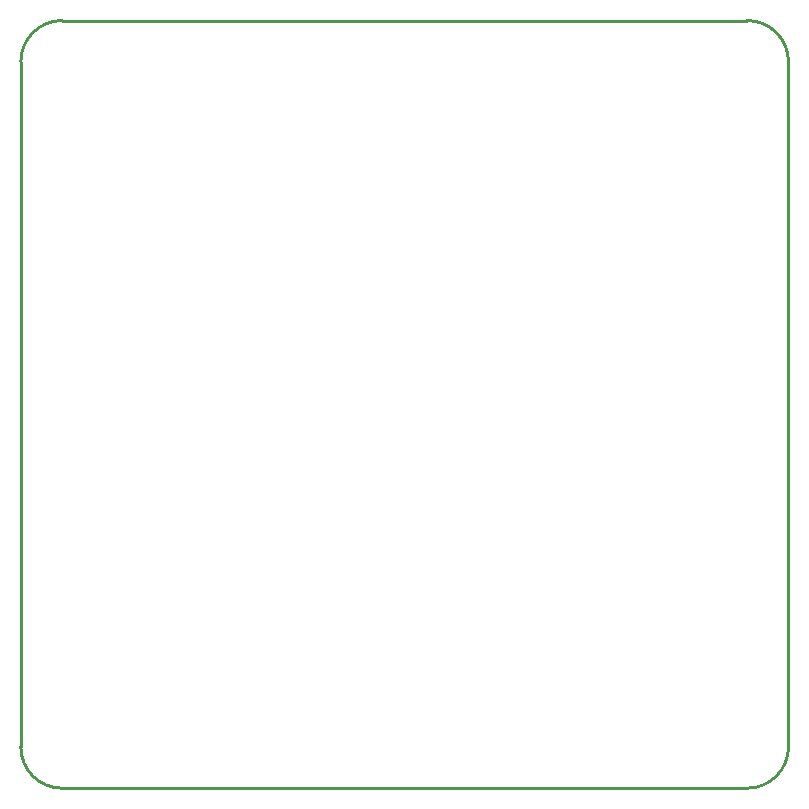
<source format=gm1>
G04*
G04 #@! TF.GenerationSoftware,Altium Limited,Altium Designer,20.2.6 (244)*
G04*
G04 Layer_Color=16711935*
%FSLAX25Y25*%
%MOIN*%
G70*
G04*
G04 #@! TF.SameCoordinates,53242240-AA46-4597-B95F-6874191C8742*
G04*
G04*
G04 #@! TF.FilePolarity,Positive*
G04*
G01*
G75*
%ADD12C,0.01000*%
D12*
X255906Y242126D02*
G03*
X242126Y255906I-13780J0D01*
G01*
Y0D02*
G03*
X255906Y13780I0J13780D01*
G01*
X0D02*
G03*
X13780Y0I13780J0D01*
G01*
Y255906D02*
G03*
X0Y242126I0J-13780D01*
G01*
X13780Y0D02*
X242126D01*
X255906Y13780D02*
Y242126D01*
X13780Y255906D02*
X242126D01*
X0Y13780D02*
Y242126D01*
X255906Y242126D02*
G03*
X242126Y255906I-13780J0D01*
G01*
Y0D02*
G03*
X255906Y13780I0J13780D01*
G01*
X0D02*
G03*
X13780Y0I13780J0D01*
G01*
Y255906D02*
G03*
X0Y242126I0J-13780D01*
G01*
X13780Y0D02*
X242126D01*
X255906Y13780D02*
Y242126D01*
X13780Y255906D02*
X242126D01*
X0Y13780D02*
Y242126D01*
M02*

</source>
